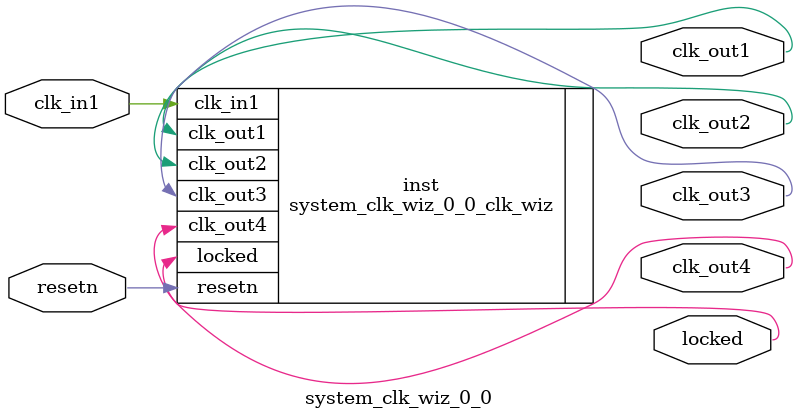
<source format=v>


`timescale 1ps/1ps

(* CORE_GENERATION_INFO = "system_clk_wiz_0_0,clk_wiz_v6_0_5_0_0,{component_name=system_clk_wiz_0_0,use_phase_alignment=true,use_min_o_jitter=false,use_max_i_jitter=false,use_dyn_phase_shift=false,use_inclk_switchover=false,use_dyn_reconfig=false,enable_axi=0,feedback_source=FDBK_AUTO,PRIMITIVE=MMCM,num_out_clk=4,clkin1_period=10.000,clkin2_period=10.000,use_power_down=false,use_reset=true,use_locked=true,use_inclk_stopped=false,feedback_type=SINGLE,CLOCK_MGR_TYPE=NA,manual_override=false}" *)

module system_clk_wiz_0_0 
 (
  // Clock out ports
  output        clk_out1,
  output        clk_out2,
  output        clk_out3,
  output        clk_out4,
  // Status and control signals
  input         resetn,
  output        locked,
 // Clock in ports
  input         clk_in1
 );

  system_clk_wiz_0_0_clk_wiz inst
  (
  // Clock out ports  
  .clk_out1(clk_out1),
  .clk_out2(clk_out2),
  .clk_out3(clk_out3),
  .clk_out4(clk_out4),
  // Status and control signals               
  .resetn(resetn), 
  .locked(locked),
 // Clock in ports
  .clk_in1(clk_in1)
  );

endmodule

</source>
